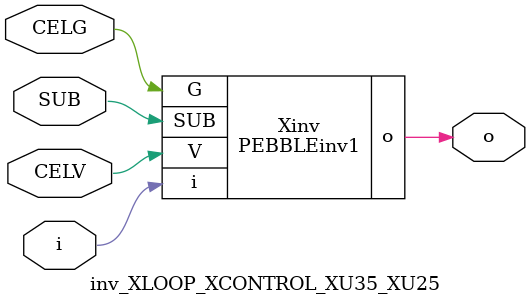
<source format=v>



module PEBBLEinv1 ( o, G, SUB, V, i );

  input V;
  input i;
  input G;
  output o;
  input SUB;
endmodule

//Celera Confidential Do Not Copy inv_XLOOP_XCONTROL_XU35_XU25
//Celera Confidential Symbol Generator
//5V Inverter
module inv_XLOOP_XCONTROL_XU35_XU25 (CELV,CELG,i,o,SUB);
input CELV;
input CELG;
input i;
input SUB;
output o;

//Celera Confidential Do Not Copy inv
PEBBLEinv1 Xinv(
.V (CELV),
.i (i),
.o (o),
.SUB (SUB),
.G (CELG)
);
//,diesize,PEBBLEinv1

//Celera Confidential Do Not Copy Module End
//Celera Schematic Generator
endmodule

</source>
